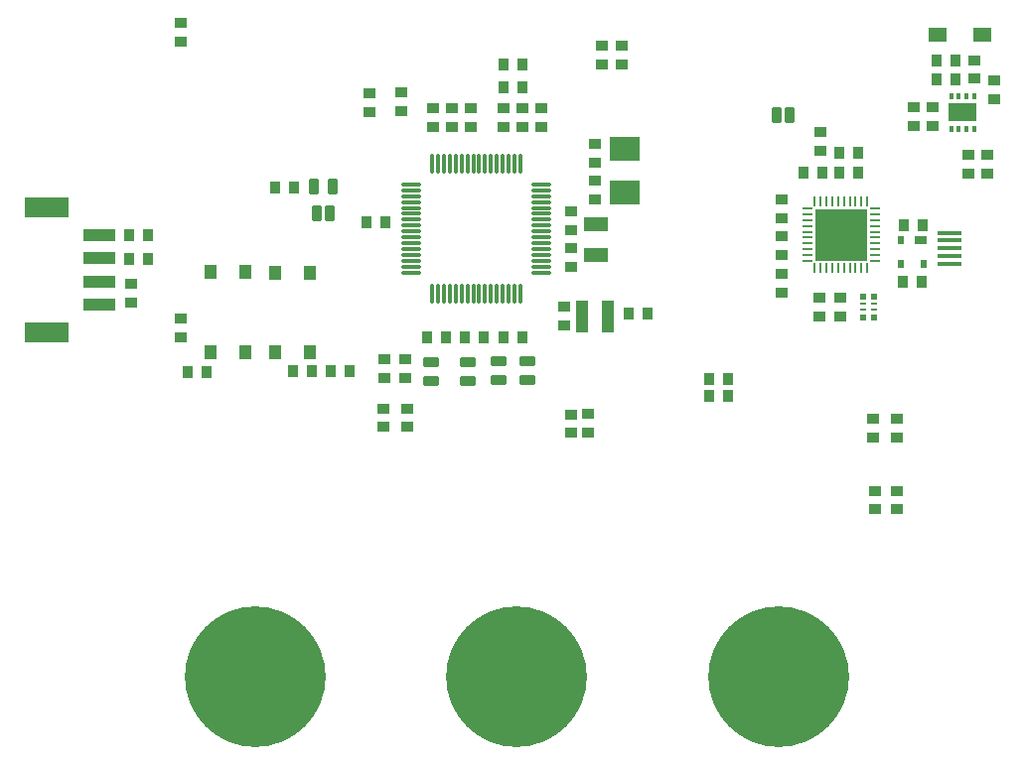
<source format=gtp>
G04 Layer_Color=8421504*
%FSLAX25Y25*%
%MOIN*%
G70*
G01*
G75*
%ADD11R,0.03937X0.04724*%
%ADD12R,0.14961X0.07087*%
%ADD13R,0.10630X0.03937*%
%ADD14R,0.03937X0.10630*%
G04:AMPARAMS|DCode=15|XSize=51.18mil|YSize=35.43mil|CornerRadius=3.54mil|HoleSize=0mil|Usage=FLASHONLY|Rotation=90.000|XOffset=0mil|YOffset=0mil|HoleType=Round|Shape=RoundedRectangle|*
%AMROUNDEDRECTD15*
21,1,0.05118,0.02835,0,0,90.0*
21,1,0.04409,0.03543,0,0,90.0*
1,1,0.00709,0.01417,0.02205*
1,1,0.00709,0.01417,-0.02205*
1,1,0.00709,-0.01417,-0.02205*
1,1,0.00709,-0.01417,0.02205*
%
%ADD15ROUNDEDRECTD15*%
%ADD16R,0.03543X0.03937*%
%ADD17R,0.07874X0.04724*%
%ADD18R,0.09370X0.06457*%
%ADD19R,0.01181X0.02362*%
%ADD20O,0.03543X0.00984*%
%ADD21R,0.17716X0.17716*%
%ADD22O,0.00984X0.03543*%
%ADD23R,0.01969X0.02067*%
%ADD24R,0.01969X0.00984*%
%ADD25R,0.03858X0.03661*%
%ADD26R,0.05906X0.05118*%
%ADD27R,0.09843X0.07874*%
%ADD28O,0.07087X0.01181*%
%ADD29O,0.01181X0.07087*%
%ADD30O,0.07087X0.01181*%
%ADD31R,0.03937X0.03543*%
%ADD32R,0.02362X0.02756*%
%ADD33R,0.03937X0.02756*%
%ADD34R,0.08268X0.01181*%
%ADD35R,0.08268X0.01181*%
%ADD36C,0.47244*%
%ADD37R,0.03543X0.03937*%
G04:AMPARAMS|DCode=38|XSize=51.18mil|YSize=35.43mil|CornerRadius=3.54mil|HoleSize=0mil|Usage=FLASHONLY|Rotation=0.000|XOffset=0mil|YOffset=0mil|HoleType=Round|Shape=RoundedRectangle|*
%AMROUNDEDRECTD38*
21,1,0.05118,0.02835,0,0,0.0*
21,1,0.04409,0.03543,0,0,0.0*
1,1,0.00709,0.02205,-0.01417*
1,1,0.00709,-0.02205,-0.01417*
1,1,0.00709,-0.02205,0.01417*
1,1,0.00709,0.02205,0.01417*
%
%ADD38ROUNDEDRECTD38*%
G04:AMPARAMS|DCode=39|XSize=51.18mil|YSize=35.43mil|CornerRadius=3.54mil|HoleSize=0mil|Usage=FLASHONLY|Rotation=180.000|XOffset=0mil|YOffset=0mil|HoleType=Round|Shape=RoundedRectangle|*
%AMROUNDEDRECTD39*
21,1,0.05118,0.02835,0,0,180.0*
21,1,0.04409,0.03543,0,0,180.0*
1,1,0.00709,-0.02205,0.01417*
1,1,0.00709,0.02205,0.01417*
1,1,0.00709,0.02205,-0.01417*
1,1,0.00709,-0.02205,-0.01417*
%
%ADD39ROUNDEDRECTD39*%
G36*
X318059Y224162D02*
X312941D01*
Y226918D01*
X318059D01*
Y224162D01*
D02*
G37*
D11*
X84794Y171758D02*
D03*
X96605Y144790D02*
D03*
X84794D02*
D03*
X96605Y171758D02*
D03*
X63095Y145016D02*
D03*
X74906Y171984D02*
D03*
X63095D02*
D03*
X74906Y145016D02*
D03*
D12*
X8140Y193703D02*
D03*
Y151577D02*
D03*
D13*
X25660Y184451D02*
D03*
Y176577D02*
D03*
Y168703D02*
D03*
Y160829D02*
D03*
D14*
X196631Y157040D02*
D03*
X187969D02*
D03*
D15*
X98736Y191700D02*
D03*
X103264D02*
D03*
X104150Y200700D02*
D03*
X97850D02*
D03*
X253036Y224500D02*
D03*
X257564D02*
D03*
D16*
X91250Y200300D02*
D03*
X84950D02*
D03*
X90850Y138500D02*
D03*
X97150D02*
D03*
X280550Y205240D02*
D03*
X274250D02*
D03*
X161550Y241640D02*
D03*
X167850D02*
D03*
X280550Y211840D02*
D03*
X274250D02*
D03*
X268350Y205140D02*
D03*
X262050D02*
D03*
X109650Y138500D02*
D03*
X103350D02*
D03*
X230350Y136000D02*
D03*
X236650D02*
D03*
X209650Y158000D02*
D03*
X203350D02*
D03*
X42050Y184274D02*
D03*
X35750D02*
D03*
Y176140D02*
D03*
X42050D02*
D03*
X230350Y130200D02*
D03*
X236650D02*
D03*
X313150Y236540D02*
D03*
X306850D02*
D03*
X313150Y243040D02*
D03*
X306850D02*
D03*
X115350Y188500D02*
D03*
X161450Y234040D02*
D03*
X167750D02*
D03*
X154650Y149890D02*
D03*
X148350D02*
D03*
X135850D02*
D03*
X142150D02*
D03*
X55550Y138240D02*
D03*
X61850D02*
D03*
X295850Y187640D02*
D03*
X302150D02*
D03*
X301850Y168640D02*
D03*
X295550D02*
D03*
X167650Y149890D02*
D03*
X161350D02*
D03*
D17*
X192500Y177722D02*
D03*
Y187958D02*
D03*
D18*
X315500Y225540D02*
D03*
D19*
X311661Y220028D02*
D03*
X314220D02*
D03*
X316779D02*
D03*
X319339D02*
D03*
X311661Y231052D02*
D03*
X314220D02*
D03*
X316779D02*
D03*
X319339D02*
D03*
D20*
X286019Y187393D02*
D03*
Y193298D02*
D03*
X263381Y175582D02*
D03*
Y177550D02*
D03*
Y179519D02*
D03*
Y181487D02*
D03*
Y183456D02*
D03*
Y185424D02*
D03*
Y187393D02*
D03*
Y189361D02*
D03*
Y191330D02*
D03*
Y193298D02*
D03*
X286019Y191330D02*
D03*
Y189361D02*
D03*
Y185424D02*
D03*
Y183456D02*
D03*
Y181487D02*
D03*
Y179519D02*
D03*
Y177550D02*
D03*
Y175582D02*
D03*
D21*
X274700Y184440D02*
D03*
D22*
X265842Y195759D02*
D03*
X267810D02*
D03*
X269779D02*
D03*
X271747D02*
D03*
X273716D02*
D03*
X275684D02*
D03*
X277653D02*
D03*
X279621D02*
D03*
X281590D02*
D03*
X283558D02*
D03*
Y173121D02*
D03*
X281590D02*
D03*
X279621D02*
D03*
X277653D02*
D03*
X275684D02*
D03*
X273716D02*
D03*
X271747D02*
D03*
X269779D02*
D03*
X267810D02*
D03*
X265842D02*
D03*
D23*
X285772Y156746D02*
D03*
Y163734D02*
D03*
X282228D02*
D03*
Y156746D02*
D03*
D24*
Y159256D02*
D03*
Y161224D02*
D03*
X285772Y159256D02*
D03*
Y161224D02*
D03*
D25*
X293600Y98405D02*
D03*
Y92343D02*
D03*
X121000Y125906D02*
D03*
Y119843D02*
D03*
X129000D02*
D03*
Y125906D02*
D03*
X286100Y98405D02*
D03*
Y92343D02*
D03*
D26*
X307020Y251500D02*
D03*
X321980D02*
D03*
D27*
X202300Y198657D02*
D03*
Y213224D02*
D03*
D28*
X174150Y191461D02*
D03*
X130450Y193430D02*
D03*
Y171776D02*
D03*
Y173745D02*
D03*
Y175713D02*
D03*
Y177682D02*
D03*
Y179650D02*
D03*
Y181619D02*
D03*
Y183587D02*
D03*
Y185556D02*
D03*
Y187524D02*
D03*
Y191461D02*
D03*
Y195398D02*
D03*
Y197367D02*
D03*
Y199335D02*
D03*
Y201304D02*
D03*
X174150D02*
D03*
Y199335D02*
D03*
Y197367D02*
D03*
Y195398D02*
D03*
Y193430D02*
D03*
Y189493D02*
D03*
Y187524D02*
D03*
Y185556D02*
D03*
Y183587D02*
D03*
Y181619D02*
D03*
Y179650D02*
D03*
Y177682D02*
D03*
Y175713D02*
D03*
Y173745D02*
D03*
Y171776D02*
D03*
D29*
X167064Y164690D02*
D03*
X165095D02*
D03*
X163127D02*
D03*
X161158D02*
D03*
X159190D02*
D03*
X157221D02*
D03*
X155253D02*
D03*
X153284D02*
D03*
X151316D02*
D03*
X149347D02*
D03*
X147379D02*
D03*
X145410D02*
D03*
X143442D02*
D03*
X141473D02*
D03*
X139505D02*
D03*
X137536D02*
D03*
Y208390D02*
D03*
X139505D02*
D03*
X141473D02*
D03*
X143442D02*
D03*
X145410D02*
D03*
X147379D02*
D03*
X149347D02*
D03*
X151316D02*
D03*
X153284D02*
D03*
X155253D02*
D03*
X157221D02*
D03*
X159190D02*
D03*
X161158D02*
D03*
X163127D02*
D03*
X165095D02*
D03*
X167064D02*
D03*
D30*
X130450Y189493D02*
D03*
D31*
X285500Y116224D02*
D03*
Y122524D02*
D03*
X53000Y149850D02*
D03*
Y156150D02*
D03*
X127000Y232150D02*
D03*
Y225850D02*
D03*
X267700Y212491D02*
D03*
Y218790D02*
D03*
X254700Y189990D02*
D03*
Y196290D02*
D03*
Y164990D02*
D03*
Y171290D02*
D03*
X194500Y247990D02*
D03*
Y241690D02*
D03*
X201000Y247990D02*
D03*
Y241690D02*
D03*
X317500Y204890D02*
D03*
Y211190D02*
D03*
X323700Y211190D02*
D03*
Y204890D02*
D03*
X293500Y122524D02*
D03*
Y116224D02*
D03*
X128500Y136224D02*
D03*
Y142524D02*
D03*
X121500Y136224D02*
D03*
Y142524D02*
D03*
X144100Y226990D02*
D03*
Y220690D02*
D03*
X137800Y226990D02*
D03*
Y220690D02*
D03*
X116500Y225724D02*
D03*
Y232024D02*
D03*
X184200Y124090D02*
D03*
Y117790D02*
D03*
X167900Y220690D02*
D03*
Y226990D02*
D03*
X161400Y220690D02*
D03*
Y226990D02*
D03*
X326000Y229890D02*
D03*
Y236190D02*
D03*
X189800Y124150D02*
D03*
Y117850D02*
D03*
X192300Y202590D02*
D03*
Y196291D02*
D03*
Y208591D02*
D03*
Y214890D02*
D03*
X184000Y179990D02*
D03*
Y173690D02*
D03*
Y185890D02*
D03*
Y192190D02*
D03*
X319500Y236790D02*
D03*
Y243090D02*
D03*
X299000Y220890D02*
D03*
Y227190D02*
D03*
X305500Y220890D02*
D03*
Y227190D02*
D03*
X150400Y226990D02*
D03*
Y220690D02*
D03*
X36400Y161490D02*
D03*
Y167790D02*
D03*
X181800Y160190D02*
D03*
Y153891D02*
D03*
X53000Y255524D02*
D03*
Y249224D02*
D03*
X267500Y163390D02*
D03*
Y157090D02*
D03*
X274500Y163390D02*
D03*
Y157090D02*
D03*
X254700Y183790D02*
D03*
Y177490D02*
D03*
X174300Y226990D02*
D03*
Y220690D02*
D03*
D32*
X294860Y174703D02*
D03*
X302340D02*
D03*
X294860Y182577D02*
D03*
D33*
X301553D02*
D03*
D34*
X311008Y179900D02*
D03*
Y177341D02*
D03*
Y185018D02*
D03*
Y174782D02*
D03*
D35*
Y182459D02*
D03*
D36*
X253701Y36031D02*
D03*
X165654D02*
D03*
X78299D02*
D03*
D37*
X121650Y188500D02*
D03*
D38*
X159700Y141839D02*
D03*
X169600D02*
D03*
X149600Y141739D02*
D03*
Y135440D02*
D03*
X137200D02*
D03*
Y141739D02*
D03*
D39*
X159700Y135540D02*
D03*
X169600D02*
D03*
M02*

</source>
